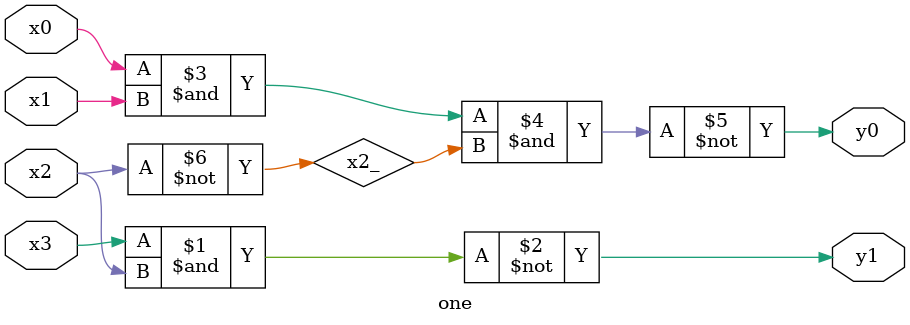
<source format=v>
`timescale 1ns / 1ps

module one(
    input x3,
    input x2,
    input x1,
    input x0,
    output y1,
    output y0
    );
	 
	 not(x2_, x2);
	 nand(y1, x3, x2);
	 nand(y0, x0, x1, x2_);


endmodule

</source>
